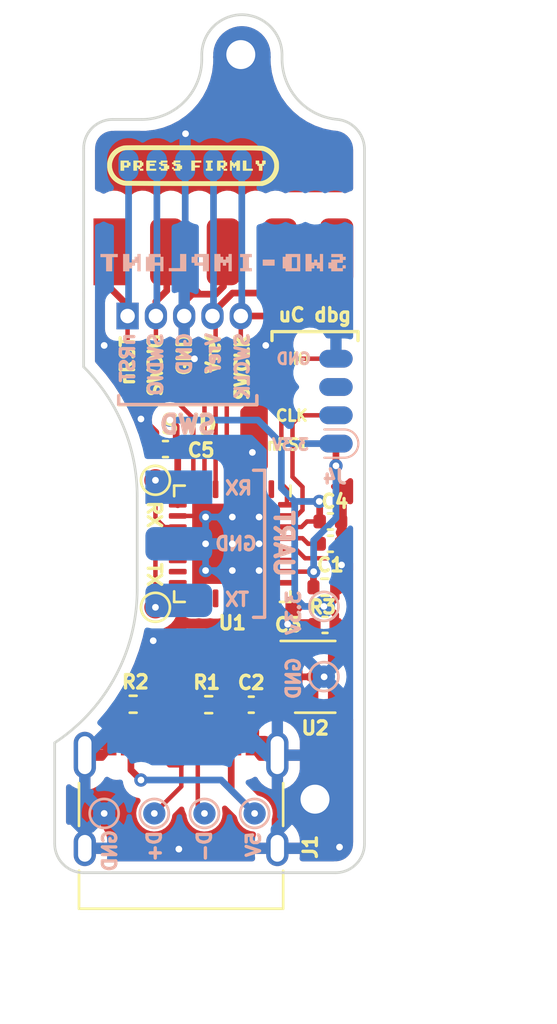
<source format=kicad_pcb>
(kicad_pcb (version 20201220) (generator pcbnew)
  (layers (0 "F.Cu" signal) (31 "B.Cu" signal) (34 "B.Paste" user) (35 "F.Paste" user) (36 "B.SilkS" user "B.Silkscreen") (37 "F.SilkS" user "F.Silkscreen") (38 "B.Mask" user) (39 "F.Mask" user) (44 "Edge.Cuts" user))
  (net 0 "")
  (net 1 "GND")
  (net 2 "Net-(C1-Pad1)")
  (net 3 "VBUS")
  (net 4 "VCC")
  (net 5 "/SWCLK")
  (net 6 "no_connect_34")
  (net 7 "/SWDIO")
  (net 8 "no_connect_36")
  (net 9 "Net-(J1-PadA5)")
  (net 10 "/~RESET~")
  (net 11 "/GnW_SWCLK")
  (net 12 "/GnW_Vref")
  (net 13 "/USB_D-")
  (net 14 "/USB_D+")
  (net 15 "no_connect_31")
  (net 16 "no_connect_30")
  (net 17 "/GnW_SWDIO")
  (net 18 "/GnW_NRST")
  (net 19 "no_connect_33")
  (net 20 "no_connect_32")
  (net 21 "no_connect_35")
  (net 22 "no_connect_28")
  (net 23 "no_connect_27")
  (net 24 "no_connect_26")
  (net 25 "no_connect_25")
  (net 26 "no_connect_24")
  (net 27 "no_connect_29")
  (net 28 "no_connect_23")
  (net 29 "no_connect_22")
  (net 30 "no_connect_21")
  (net 31 "no_connect_20")
  (net 32 "no_connect_19")
  (net 33 "no_connect_18")
  (net 34 "Net-(J1-PadB5)")
  (net 35 "no_connect_37")
  (net 36 "no_connect_38")
  (net 37 "/TX")
  (net 38 "/RX")
  (footprint "Capacitor_SMD:C_0402_1005Metric" (layer "F.Cu") (at 61.35 124.12 180)
    (fp_text reference "C2")
    (fp_text value "1uF")
  )
  (footprint "Capacitor_SMD:C_0402_1005Metric" (layer "F.Cu") (at 64.9 116.9)
    (fp_text reference "C1")
    (fp_text value "1uF")
  )
  (footprint "Resistor_SMD:R_0402_1005Metric" (layer "F.Cu") (at 59.44 124.12)
    (fp_text reference "R1")
    (fp_text value "5.1K")
  )
  (footprint "GnW_SWD:TestPoint_Pad_D1.0mm" (layer "F.Cu") (at 57.05 114.05)
    (fp_text reference "TP7" hide)
    (fp_text value "TP_USB_D+")
  )
  (footprint "GnW_SWD:GnW_SWD" (layer "F.Cu") (at 60.93 93.16)
    (fp_text reference "J2" hide)
    (fp_text value "G&W pressure contact " hide)
    (fp_line (start -7.1 6) (end -7.101724 15.801724) (layer "Edge.Cuts") (width 0.12))
    (fp_line (start 5.5 37.2) (end 5.5 6) (layer "Edge.Cuts") (width 0.12))
    (fp_line (start 1.8 1.8) (end 1.8 2) (layer "Edge.Cuts") (width 0.12))
    (fp_line (start -7.1 38.5) (end 4.2 38.5) (layer "Edge.Cuts") (width 0.12))
    (fp_line (start -1.8 2) (end -1.8 1.8) (layer "Edge.Cuts") (width 0.12))
    (fp_line (start -5.8 4.7) (end -4.5 4.7) (layer "Edge.Cuts") (width 0.12))
    (fp_line (start -4.7 25.8) (end -4.7 21.6) (layer "Edge.Cuts") (width 0.12))
    (fp_line (start -8.4 37.2) (end -8.4 32.668406) (layer "Edge.Cuts") (width 0.12))
    (fp_arc (start -7.1 37.2) (end -8.4 37.2) (angle -90) (layer "Edge.Cuts") (width 0.12))
    (fp_arc (start 0 1.8) (end -1.8 1.8) (angle 180) (layer "Edge.Cuts") (width 0.12))
    (fp_arc (start 4.2 37.2) (end 5.5 37.2) (angle 90) (layer "Edge.Cuts") (width 0.12))
    (fp_arc (start 4.145638 6.046332) (end 5.5 6) (angle -81.5) (layer "Edge.Cuts") (width 0.12))
    (fp_arc (start -5.8 6) (end -7.1 6) (angle 90) (layer "Edge.Cuts") (width 0.12))
    (fp_arc (start -12.9 21.6) (end -4.7 21.6) (angle -45) (layer "Edge.Cuts") (width 0.12))
    (fp_arc (start 4.53363 1.97627) (end 1.8 2) (angle -84.6) (layer "Edge.Cuts") (width 0.12))
    (fp_arc (start -12.925 25.8) (end -4.7 25.8) (angle 56.62256051) (layer "Edge.Cuts") (width 0.12))
    (fp_arc (start -4.5 2) (end -4.5 4.7) (angle -90) (layer "Edge.Cuts") (width 0.12))
  )
  (footprint "Resistor_SMD:R_0402_1005Metric" (layer "F.Cu") (at 56.05 124.1)
    (fp_text reference "R2")
    (fp_text value "5.1K")
  )
  (footprint "Connector_USB:USB_C_Receptacle_XKB_U262-16XN-4BVC11" (layer "F.Cu") (at 58.2 129.49)
    (fp_text reference "J1")
    (fp_text value "U262-161N-4BVC11")
  )
  (footprint "GnW_SWD:MrGnW_Logo" (layer "F.Cu") (at 64.22 99.87)
    (fp_text reference "Ref**" hide)
    (fp_text value "Val**" hide)
  )
  (footprint "GnW_SWD:PinHeader_1x05_P2.45mm_edge" (layer "F.Cu") (at 60.1 105.3)
    (fp_text reference "J5" hide)
    (fp_text value "100 mil Pin Header")
  )
  (footprint "Capacitor_SMD:C_0402_1005Metric" (layer "F.Cu") (at 64.9 115.9)
    (fp_text reference "C4")
    (fp_text value "100nF")
  )
  (footprint "GnW_SWD:Press_firmly_Logo" (layer "F.Cu") (at 58.74 99.93)
    (fp_text reference "Ref**" hide)
    (fp_text value "Val**" hide)
  )
  (footprint "Package_TO_SOT_SMD:SOT-23-5" (layer "F.Cu") (at 64.22 122.87)
    (fp_text reference "U2")
    (fp_text value "AP2127K-3.3")
  )
  (footprint "Capacitor_SMD:C_0402_1005Metric" (layer "F.Cu") (at 57.5 112.65 180)
    (fp_text reference "C5")
    (fp_text value "100nF")
  )
  (footprint "Package_DFN_QFN:QFN-32-1EP_5x5mm_P0.5mm_EP3.6x3.6mm" (layer "F.Cu") (at 60.5 116.9 -90)
    (fp_text reference "U1")
    (fp_text value "ATSAMD21E18A")
  )
  (footprint "Resistor_SMD:R_0402_1005Metric" (layer "F.Cu") (at 64.65 118.85)
    (fp_text reference "R3")
    (fp_text value "10k")
  )
  (footprint "Capacitor_SMD:C_0402_1005Metric" (layer "F.Cu") (at 64.66 120.54 180)
    (fp_text reference "C3")
    (fp_text value "10uF")
  )
  (footprint "GnW_SWD:TestPoint_Pad_D1.0mm" (layer "F.Cu") (at 57.05 119.75)
    (fp_text reference "TP8" hide)
    (fp_text value "TP_USB_D+")
  )
  (footprint "GnW_SWD:PinHeader_1x05_P1.27mm_Vertical" (layer "F.Cu") (at 55.8 106.68 90)
    (fp_text reference "J3" hide)
    (fp_text value "50 mil Pin Header")
  )
  (footprint "GnW_SWD:TestPoint_Pad_D1.0mm" (layer "B.Cu") (at 59.25 129 180)
    (fp_text reference "TP2" hide)
    (fp_text value "TP_USB_D-")
  )
  (footprint "GnW_SWD:Wulf_Logo" (layer "B.Cu") (at 59.19 122.95 180)
    (fp_text reference "Ref**" hide)
    (fp_text value "Val**" hide)
  )
  (footprint "GnW_SWD:name_logo" (layer "B.Cu") (at 60.09 104.28 180)
    (fp_text reference "Ref**" hide)
    (fp_text value "Val**" hide)
  )
  (footprint "GnW_SWD:PinHeader_1x03_P2.45mm_edge" (layer "B.Cu") (at 59.6 116.9 -90)
    (fp_text reference "J6" hide)
    (fp_text value "100 mil Pin header")
  )
  (footprint "SOICbite:SOIC_clipProgSmall" (layer "B.Cu") (at 65.9 110.5 -90)
    (fp_text reference "J4")
    (fp_text value "SOICbite")
  )
  (footprint "GnW_SWD:TestPoint_Pad_D1.0mm" (layer "B.Cu") (at 57 129 180)
    (fp_text reference "TP1" hide)
    (fp_text value "TP_USB_D+")
  )
  (footprint "GnW_SWD:TestPoint_Pad_D1.0mm" (layer "B.Cu") (at 64.61 122.86 180)
    (fp_text reference "TP6" hide)
    (fp_text value "TP_USB_D+")
  )
  (footprint "GnW_SWD:TestPoint_Pad_D1.0mm" (layer "B.Cu") (at 61.5 129 180)
    (fp_text reference "TP3" hide)
    (fp_text value "TP_USB_D+")
  )
  (footprint "GnW_SWD:TestPoint_Pad_D1.0mm" (layer "B.Cu") (at 64.61 119.71 180)
    (fp_text reference "TP4" hide)
    (fp_text value "TP_USB_D+")
  )
  (footprint "GnW_SWD:TestPoint_Pad_D1.0mm" (layer "B.Cu") (at 54.75 129 180)
    (fp_text reference "TP5" hide)
    (fp_text value "TP_USB_D+")
  )
  (gr_line (start 55.4 110.65) (end 61.6 110.65) (layer "B.SilkS") (width 0.15))
  (gr_line (start 61.95 120.2) (end 61.45 120.2) (layer "B.SilkS") (width 0.15))
  (gr_line (start 55.4 110.65) (end 55.4 110.25) (layer "B.SilkS") (width 0.15))
  (gr_line (start 61.45 113.6) (end 61.95 113.6) (layer "B.SilkS") (width 0.15))
  (gr_line (start 61.6 110.65) (end 61.6 110.25) (layer "B.SilkS") (width 0.15))
  (gr_line (start 61.95 113.6) (end 61.95 120.2) (layer "B.SilkS") (width 0.15))
  (gr_line (start 62.28 107.38) (end 62.28 107.78) (layer "F.SilkS") (width 0.15))
  (gr_line (start 66.14 107.38) (end 66.14 107.78) (layer "F.SilkS") (width 0.15))
  (gr_line (start 61.6 110.66) (end 61.6 110.26) (layer "F.SilkS") (width 0.15))
  (gr_line (start 62.28 107.38) (end 66.14 107.38) (layer "F.SilkS") (width 0.15))
  (gr_line (start 55.4 110.66) (end 55.4 110.26) (layer "F.SilkS") (width 0.15))
  (gr_line (start 61.6 110.66) (end 55.4 110.66) (layer "F.SilkS") (width 0.15))
  (gr_text "SWDIO" (at 57.067 110.33 90) (layer "B.SilkS") (effects (font (size 0.6 0.6)) (justify right mirror)))
  (gr_text "UART" (at 62.8 116.9 270) (layer "B.SilkS") (effects (font (size 0.8 0.8) (thickness 0.2)) (justify mirror)))
  (gr_text "SWD" (at 58.5015 111.55) (layer "B.SilkS") (effects (font (size 0.8 0.8) (thickness 0.2)) (justify mirror)))
  (gr_text "nRST" (at 55.807 109.73 90) (layer "B.SilkS") (effects (font (size 0.6 0.6)) (justify right mirror)))
  (gr_text "GND" (at 59.65 116.9) (layer "B.SilkS") (effects (font (size 0.6 0.6)) (justify right mirror)))
  (gr_text "SWCLK" (at 60.947 110.49 90) (layer "B.SilkS") (effects (font (size 0.6 0.6)) (justify right mirror)))
  (gr_text "D+" (at 57 129.7 90) (layer "B.SilkS") (effects (font (size 0.6 0.6)) (justify left mirror)))
  (gr_text "TX" (at 60.1 119.4) (layer "B.SilkS") (effects (font (size 0.6 0.6)) (justify right mirror)))
  (gr_text "RX" (at 60.1 114.4) (layer "B.SilkS") (effects (font (size 0.6 0.6)) (justify right mirror)))
  (gr_text "GND" (at 55 129.66 90) (layer "B.SilkS") (effects (font (size 0.6 0.6)) (justify left mirror)))
  (gr_text "Vref" (at 59.647 109.31 90) (layer "B.SilkS") (effects (font (size 0.6 0.6)) (justify right mirror)))
  (gr_text "GND" (at 64.1 108.6) (layer "B.SilkS") (effects (font (size 0.5 0.5) (thickness 0.125)) (justify left mirror)))
  (gr_text "D-" (at 59.25 129.7 90) (layer "B.SilkS") (effects (font (size 0.6 0.6)) (justify left mirror)))
  (gr_text "GND" (at 58.357 109.38 90) (layer "B.SilkS") (effects (font (size 0.6 0.6)) (justify right mirror)))
  (gr_text "GND" (at 63.24 122.94 90) (layer "B.SilkS") (effects (font (size 0.6 0.6)) (justify mirror)))
  (gr_text "3.3V" (at 64 112.45) (layer "B.SilkS") (effects (font (size 0.5 0.5) (thickness 0.125)) (justify left mirror)))
  (gr_text "5V" (at 61.45 129.75 90) (layer "B.SilkS") (effects (font (size 0.6 0.6)) (justify left mirror)))
  (gr_text "3.3V" (at 63.25 120 90) (layer "B.SilkS") (effects (font (size 0.6 0.6)) (justify mirror)))
  (gr_text "CLK" (at 63.95 111.15) (layer "F.SilkS") (effects (font (size 0.5 0.5) (thickness 0.125)) (justify right)))
  (gr_text "uC dbg" (at 64.2 106.63) (layer "F.SilkS") (effects (font (size 0.6 0.6))))
  (gr_text "RX" (at 57 114.9 270) (layer "F.SilkS") (effects (font (size 0.6 0.6)) (justify left)))
  (gr_text "nRST" (at 55.8 107.5 90) (layer "F.SilkS") (effects (font (size 0.6 0.6)) (justify right)))
  (gr_text "GND" (at 58.347 107.4 90) (layer "F.SilkS") (effects (font (size 0.6 0.6)) (justify right)))
  (gr_text "SWD" (at 58.55 111.55) (layer "F.SilkS") (effects (font (size 0.8 0.8) (thickness 0.2))))
  (gr_text "SWCLK" (at 60.947 107.4 90) (layer "F.SilkS") (effects (font (size 0.6 0.6)) (justify right)))
  (gr_text "nRST" (at 63.95 112.45) (layer "F.SilkS") (effects (font (size 0.5 0.5) (thickness 0.125)) (justify right)))
  (gr_text "Vref" (at 59.647 107.4 90) (layer "F.SilkS") (effects (font (size 0.6 0.6)) (justify right)))
  (gr_text "IO" (at 64.05 108.6) (layer "F.SilkS") (effects (font (size 0.5 0.5) (thickness 0.125)) (justify right)))
  (gr_text "SWDIO" (at 57.047 107.4 90) (layer "F.SilkS") (effects (font (size 0.6 0.6)) (justify right)))
  (gr_text "TX" (at 57 118.9 270) (layer "F.SilkS") (effects (font (size 0.6 0.6)) (justify right)))
  (segment (start 58.34 106.68) (end 58.34 106.06) (width 0.3) (layer "F.Cu") (net 1))
  (segment (start 64.62 122.87) (end 64.21 123.28) (width 0.3) (layer "F.Cu") (net 1))
  (segment (start 64.21 123.28) (end 64.21 124.74) (width 0.3) (layer "F.Cu") (net 1))
  (segment (start 57.02 112.65) (end 57.02 111.92) (width 0.4) (layer "F.Cu") (net 1))
  (segment (start 65.38 116.9) (end 65.38 115.9) (width 0.2) (layer "F.Cu") (net 1))
  (segment (start 58.05 115.65) (end 59.25 115.65) (width 0.2) (layer "F.Cu") (net 1))
  (segment (start 54.85 125.82) (end 54.445 125.82) (width 0.6) (layer "F.Cu") (net 1))
  (segment (start 58.34 106.06) (end 58.65 105.75) (width 0.3) (layer "F.Cu") (net 1))
  (segment (start 59.4 105.7) (end 59.75 105.7) (width 0.3) (layer "F.Cu") (net 1))
  (segment (start 55.54 124.69) (end 55.54 124.1) (width 0.3) (layer "F.Cu") (net 1))
  (segment (start 63.935 126.385) (end 62.52 126.385) (width 0.3) (layer "F.Cu") (net 1))
  (segment (start 65.38 117.83) (end 65.4 117.85) (width 0.2) (layer "F.Cu") (net 1))
  (segment (start 62.95 117.15) (end 63.362666 117.15) (width 0.2) (layer "F.Cu") (net 1))
  (segment (start 64.26 126.07) (end 63.94 126.39) (width 0.3) (layer "F.Cu") (net 1))
  (segment (start 57.02 111.92) (end 56.4 111.3) (width 0.4) (layer "F.Cu") (net 1))
  (segment (start 58.7 105.7) (end 59.4 105.7) (width 0.3) (layer "F.Cu") (net 1))
  (segment (start 61.61 124.88) (end 61.55 124.94) (width 0.3) (layer "F.Cu") (net 1))
  (segment (start 55.15 125.82) (end 55.15 125.08) (width 0.3) (layer "F.Cu") (net 1))
  (segment (start 61.55 124.94) (end 61.55 125.82) (width 0.3) (layer "F.Cu") (net 1))
  (segment (start 58.65 105.75) (end 58.7 105.7) (width 0.3) (layer "F.Cu") (net 1))
  (segment (start 54.445 125.82) (end 53.88 126.385) (width 0.6) (layer "F.Cu") (net 1))
  (segment (start 62.95 117.15) (end 60.75 117.15) (width 0.2) (layer "F.Cu") (net 1))
  (segment (start 60.1 104.92) (end 60.1 103.8) (width 0.3) (layer "F.Cu") (net 1))
  (segment (start 63.94 126.39) (end 63.935 126.385) (width 0.3) (layer "F.Cu") (net 1))
  (segment (start 60.1 105.35) (end 60.1 103.8) (width 0.3) (layer "F.Cu") (net 1))
  (segment (start 64.26 125.9) (end 64.26 126.07) (width 0.3) (layer "F.Cu") (net 1))
  (segment (start 61.83 124.12) (end 61.83 124.66) (width 0.3) (layer "F.Cu") (net 1))
  (segment (start 59.75 105.7) (end 60.1 105.35) (width 0.3) (layer "F.Cu") (net 1))
  (segment (start 63.762665 117.549999) (end 65.099999 117.549999) (width 0.2) (layer "F.Cu") (net 1))
  (segment (start 59.25 115.65) (end 60.5 116.9) (width 0.2) (layer "F.Cu") (net 1))
  (segment (start 63.362666 117.15) (end 63.762665 117.549999) (width 0.2) (layer "F.Cu") (net 1))
  (segment (start 61.955 125.82) (end 62.52 126.385) (width 0.6) (layer "F.Cu") (net 1))
  (segment (start 63.12 122.87) (end 64.62 122.87) (width 0.3) (layer "F.Cu") (net 1))
  (segment (start 55.15 125.08) (end 55.54 124.69) (width 0.3) (layer "F.Cu") (net 1))
  (segment (start 61.55 125.82) (end 61.955 125.82) (width 0.6) (layer "F.Cu") (net 1))
  (segment (start 65.38 116.9) (end 65.38 117.83) (width 0.2) (layer "F.Cu") (net 1))
  (segment (start 61.83 124.66) (end 61.61 124.88) (width 0.3) (layer "F.Cu") (net 1))
  (segment (start 65.099999 117.549999) (end 65.4 117.85) (width 0.2) (layer "F.Cu") (net 1))
  (via (at 59.3 118.1) (size 0.6) (drill 0.3) (layers "F.Cu" "B.Cu") (net 1))
  (via (at 58.8 108.6) (size 0.6) (drill 0.3) (layers "F.Cu" "B.Cu") (net 1))
  (via (at 59.3 115.7) (size 0.6) (drill 0.3) (layers "F.Cu" "B.Cu") (net 1))
  (via (at 54.75 129) (size 0.6) (drill 0.3) (layers "F.Cu" "B.Cu") (net 1))
  (via (at 61.4 112.8) (size 0.6) (drill 0.3) (layers "F.Cu" "B.Cu") (net 1))
  (via (at 61.7 116.9) (size 0.6) (drill 0.3) (layers "F.Cu" "B.Cu") (net 1))
  (via (at 59.3 116.9) (size 0.6) (drill 0.3) (layers "F.Cu" "B.Cu") (net 1))
  (via (at 62.98 120.51) (size 0.6) (drill 0.3) (layers "F.Cu" "B.Cu") (net 1))
  (via (at 64.62 122.87) (size 0.6) (drill 0.3) (layers "F.Cu" "B.Cu") (net 1))
  (via (at 56.95 121.25) (size 0.6) (drill 0.3) (layers "F.Cu" "B.Cu") (net 1))
  (via (at 65.31 130.51) (size 0.6) (drill 0.3) (layers "F.Cu" "B.Cu") (net 1))
  (via (at 65.4 117.85) (size 0.6) (drill 0.3) (layers "F.Cu" "B.Cu") (net 1))
  (via (at 60.5 115.7) (size 0.6) (drill 0.3) (layers "F.Cu" "B.Cu") (net 1))
  (via (at 54.75 108) (size 0.6) (drill 0.3) (layers "F.Cu" "B.Cu") (net 1))
  (via (at 62 108) (size 0.6) (drill 0.3) (layers "F.Cu" "B.Cu") (net 1))
  (via (at 58.4 98.5) (size 0.6) (drill 0.3) (layers "F.Cu" "B.Cu") (net 1))
  (via (at 61.7 115.7) (size 0.6) (drill 0.3) (layers "F.Cu" "B.Cu") (net 1))
  (via (at 60.5 116.9) (size 0.6) (drill 0.3) (layers "F.Cu" "B.Cu") (net 1))
  (via (at 60.5 118.1) (size 0.6) (drill 0.3) (layers "F.Cu" "B.Cu") (net 1))
  (via (at 58.1 130.6) (size 0.6) (drill 0.3) (layers "F.Cu" "B.Cu") (net 1))
  (via (at 61.7 118.1) (size 0.6) (drill 0.3) (layers "F.Cu" "B.Cu") (net 1))
  (via (at 56.4 111.3) (size 0.6) (drill 0.3) (layers "F.Cu" "B.Cu") (net 1))
  (segment (start 59.3 118.1) (end 59.3 116.9) (width 0.3) (layer "B.Cu") (net 1))
  (segment (start 53.88 126.385) (end 55.045 125.22) (width 0.6) (layer "B.Cu") (net 1))
  (segment (start 58.385 106.635) (end 58.34 106.68) (width 0.3) (layer "B.Cu") (net 1))
  (segment (start 58.385 99.905) (end 58.385 98.515) (width 0.2) (layer "B.Cu") (net 1))
  (segment (start 62.115 126.385) (end 61.33 125.6) (width 0.6) (layer "B.Cu") (net 1))
  (segment (start 55.045 125.22) (end 55.47 125.22) (width 0.6) (layer "B.Cu") (net 1))
  (segment (start 62.52 129.73) (end 63.01 129.24) (width 0.6) (layer "B.Cu") (net 1))
  (segment (start 60.5 115.7) (end 59.3 115.7) (width 0.3) (layer "B.Cu") (net 1))
  (segment (start 53.88 130.565) (end 53.88 129.73) (width 0.6) (layer "B.Cu") (net 1))
  (segment (start 62.52 130.565) (end 62.52 129.73) (width 0.6) (layer "B.Cu") (net 1))
  (segment (start 58.385 98.515) (end 58.4 98.5) (width 0.2) (layer "B.Cu") (net 1))
  (segment (start 62.52 126.385) (end 62.115 126.385) (width 0.6) (layer "B.Cu") (net 1))
  (segment (start 59.3 116.9) (end 59.3 115.7) (width 0.3) (layer "B.Cu") (net 1))
  (segment (start 53.88 129.73) (end 53.39 129.24) (width 0.6) (layer "B.Cu") (net 1))
  (segment (start 58.385 99.905) (end 58.385 106.635) (width 0.3) (layer "B.Cu") (net 1))
  (segment (start 53.78 126.695) (end 53.78 126.32) (width 0.2) (layer "B.Cu") (net 1))
  (segment (start 60.5 118.1) (end 59.3 118.1) (width 0.3) (layer "B.Cu") (net 1))
  (segment (start 63.65 116.65) (end 63.9 116.9) (width 0.2) (layer "F.Cu") (net 2))
  (segment (start 62.95 116.65) (end 63.65 116.65) (width 0.2) (layer "F.Cu") (net 2))
  (segment (start 63.9 116.9) (end 64.42 116.9) (width 0.2) (layer "F.Cu") (net 2))
  (segment (start 60.75 125.82) (end 60.74 125.81) (width 0.3) (layer "F.Cu") (net 3))
  (segment (start 60.45 124.94) (end 60.45 125.82) (width 0.3) (layer "F.Cu") (net 3))
  (segment (start 62.14 122.25) (end 62.14 123.42) (width 0.3) (layer "F.Cu") (net 3))
  (segment (start 60.87 124.12) (end 60.87 123.73) (width 0.3) (layer "F.Cu") (net 3))
  (segment (start 63.12 121.92) (end 62.47 121.92) (width 0.3) (layer "F.Cu") (net 3))
  (segment (start 62.54 123.82) (end 62.18 123.46) (width 0.3) (layer "F.Cu") (net 3))
  (segment (start 55.95 127.05) (end 56.4 127.5) (width 0.3) (layer "F.Cu") (net 3))
  (segment (start 60.87 123.73) (end 61.18 123.42) (width 0.3) (layer "F.Cu") (net 3))
  (segment (start 62.47 121.92) (end 62.14 122.25) (width 0.3) (layer "F.Cu") (net 3))
  (segment (start 61.18 123.42) (end 62.14 123.42) (width 0.3) (layer "F.Cu") (net 3))
  (segment (start 60.45 127.95) (end 61.5 129) (width 0.3) (layer "F.Cu") (net 3))
  (segment (start 55.95 125.82) (end 55.95 127.05) (width 0.3) (layer "F.Cu") (net 3))
  (segment (start 60.87 124.12) (end 60.87 124.52) (width 0.3) (layer "F.Cu") (net 3))
  (segment (start 62.18 123.46) (end 62.14 123.42) (width 0.3) (layer "F.Cu") (net 3))
  (segment (start 63.12 123.82) (end 62.54 123.82) (width 0.3) (layer "F.Cu") (net 3))
  (segment (start 60.87 124.52) (end 60.45 124.94) (width 0.3) (layer "F.Cu") (net 3))
  (segment (start 60.45 125.82) (end 60.45 127.95) (width 0.3) (layer "F.Cu") (net 3))
  (via (at 56.4 127.5) (size 0.6) (drill 0.3) (layers "F.Cu" "B.Cu") (net 3))
  (via (at 61.5 129) (size 0.6) (drill 0.3) (layers "F.Cu" "B.Cu") (net 3))
  (segment (start 56.4 127.5) (end 60 127.5) (width 0.3) (layer "B.Cu") (net 3))
  (segment (start 60 127.5) (end 61.5 129) (width 0.3) (layer "B.Cu") (net 3))
  (segment (start 64.61 119.71) (end 64.79 119.71) (width 0.3) (layer "F.Cu") (net 4))
  (segment (start 62.95 116.15) (end 63.6 116.15) (width 0.2) (layer "F.Cu") (net 4))
  (segment (start 65.14 121.07) (end 65.32 121.25) (width 0.3) (layer "F.Cu") (net 4))
  (segment (start 58.05 115.15) (end 58.05 112.72) (width 0.3) (layer "F.Cu") (net 4))
  (segment (start 65.13 122.03) (end 65.15 122.05) (width 0.4) (layer "F.Cu") (net 4))
  (segment (start 57.98 111.63) (end 57.7 111.35) (width 0.3) (layer "F.Cu") (net 4))
  (segment (start 63.6 116.15) (end 63.85 115.9) (width 0.2) (layer "F.Cu") (net 4))
  (segment (start 65.32 121.25) (end 65.32 121.92) (width 0.3) (layer "F.Cu") (net 4))
  (segment (start 64.61 119.71) (end 64.77 119.71) (width 0.3) (layer "F.Cu") (net 4))
  (segment (start 64.77 119.71) (end 65.14 120.08) (width 0.3) (layer "F.Cu") (net 4))
  (segment (start 64.79 119.71) (end 65.16 119.34) (width 0.3) (layer "F.Cu") (net 4))
  (segment (start 57.98 112.65) (end 57.98 111.63) (width 0.3) (layer "F.Cu") (net 4))
  (segment (start 65.14 120.54) (end 65.14 121.07) (width 0.3) (layer "F.Cu") (net 4))
  (segment (start 64.42 115.02) (end 64.4 115) (width 0.3) (layer "F.Cu") (net 4))
  (segment (start 65.16 119.34) (end 65.16 118.85) (width 0.3) (layer "F.Cu") (net 4))
  (segment (start 63.85 115.9) (end 64.42 115.9) (width 0.2) (layer "F.Cu") (net 4))
  (segment (start 58.05 112.72) (end 57.98 112.65) (width 0.3) (layer "F.Cu") (net 4))
  (segment (start 64.42 115.9) (end 64.42 115.02) (width 0.3) (layer "F.Cu") (net 4))
  (segment (start 65.14 120.08) (end 65.14 120.54) (width 0.3) (layer "F.Cu") (net 4))
  (via (at 64.4 115) (size 0.6) (drill 0.3) (layers "F.Cu" "B.Cu") (net 4))
  (via (at 64.61 119.71) (size 0.6) (drill 0.3) (layers "F.Cu" "B.Cu") (net 4))
  (via (at 57.7 111.35) (size 0.6) (drill 0.3) (layers "F.Cu" "B.Cu") (net 4))
  (segment (start 63.3 115) (end 62.7 114.4) (width 0.3) (layer "B.Cu") (net 4))
  (segment (start 63.3 119.3) (end 63.71 119.71) (width 0.3) (layer "B.Cu") (net 4))
  (segment (start 61.9 111.6) (end 62.300001 112.000001) (width 0.3) (layer "B.Cu") (net 4))
  (segment (start 63.3 115) (end 64.4 115) (width 0.3) (layer "B.Cu") (net 4))
  (segment (start 62.7 114.4) (end 62.7 112.41) (width 0.3) (layer "B.Cu") (net 4))
  (segment (start 57.7 111.35) (end 61.65 111.35) (width 0.3) (layer "B.Cu") (net 4))
  (segment (start 62.705 112.405) (end 62.300001 112.000001) (width 0.3) (layer "B.Cu") (net 4))
  (segment (start 62.705 112.405) (end 62.7 112.41) (width 0.3) (layer "B.Cu") (net 4))
  (segment (start 65.15 112.405) (end 62.705 112.405) (width 0.3) (layer "B.Cu") (net 4))
  (segment (start 61.65 111.35) (end 61.9 111.6) (width 0.3) (layer "B.Cu") (net 4))
  (segment (start 63.71 119.71) (end 64.61 119.71) (width 0.3) (layer "B.Cu") (net 4))
  (segment (start 63.3 115) (end 63.3 119.3) (width 0.3) (layer "B.Cu") (net 4))
  (segment (start 63.65001 115.384292) (end 63.65001 114.35001) (width 0.2) (layer "F.Cu") (net 5))
  (segment (start 62.95 115.65) (end 63.384302 115.65) (width 0.2) (layer "F.Cu") (net 5))
  (segment (start 65.15 111.135) (end 63.565 111.135) (width 0.2) (layer "F.Cu") (net 5))
  (segment (start 63.2 111.5) (end 63.2 113.9) (width 0.2) (layer "F.Cu") (net 5))
  (segment (start 63.565 111.135) (end 63.2 111.5) (width 0.2) (layer "F.Cu") (net 5))
  (segment (start 63.65001 114.35001) (end 63.2 113.9) (width 0.2) (layer "F.Cu") (net 5))
  (segment (start 63.384302 115.65) (end 63.65001 115.384292) (width 0.2) (layer "F.Cu") (net 5))
  (segment (start 62.7 109.6) (end 62.7 109.3) (width 0.2) (layer "F.Cu") (net 7))
  (segment (start 63.405 108.595) (end 65.15 108.595) (width 0.2) (layer "F.Cu") (net 7))
  (segment (start 63.4 108.6) (end 63.405 108.595) (width 0.2) (layer "F.Cu") (net 7))
  (segment (start 62.95 114.45) (end 62.7 114.2) (width 0.2) (layer "F.Cu") (net 7))
  (segment (start 62.7 109.3) (end 63.4 108.6) (width 0.2) (layer "F.Cu") (net 7))
  (segment (start 62.7 114.2) (end 62.7 109.6) (width 0.2) (layer "F.Cu") (net 7))
  (segment (start 62.95 115.15) (end 62.95 114.45) (width 0.2) (layer "F.Cu") (net 7))
  (segment (start 56.95 125.82) (end 56.95 125.11) (width 0.2) (layer "F.Cu") (net 9))
  (segment (start 56.95 125.11) (end 56.56 124.72) (width 0.2) (layer "F.Cu") (net 9))
  (segment (start 56.95 125.98) (end 56.947692 125.977692) (width 0.2) (layer "F.Cu") (net 9))
  (segment (start 56.56 124.72) (end 56.56 124.1) (width 0.2) (layer "F.Cu") (net 9))
  (segment (start 65.15 113.4) (end 65.15 112.405) (width 0.3) (layer "F.Cu") (net 10))
  (segment (start 64.14 118.16) (end 64.15 118.15) (width 0.3) (layer "F.Cu") (net 10))
  (segment (start 64.14 118.85) (end 64.14 118.16) (width 0.3) (layer "F.Cu") (net 10))
  (segment (start 62.95 118.15) (end 64.15 118.15) (width 0.2) (layer "F.Cu") (net 10))
  (via (at 65.15 113.4) (size 0.6) (drill 0.3) (layers "F.Cu" "B.Cu") (net 10))
  (via (at 64.15 118.15) (size 0.6) (drill 0.3) (layers "F.Cu" "B.Cu") (net 10))
  (segment (start 64.15 116.75) (end 64.15 118.15) (width 0.3) (layer "B.Cu") (net 10))
  (segment (start 65.15 115.75) (end 64.15 116.75) (width 0.3) (layer "B.Cu") (net 10))
  (segment (start 65.15 113.4) (end 65.15 115.75) (width 0.3) (layer "B.Cu") (net 10))
  (segment (start 60.88 106.68) (end 64.62 106.68) (width 0.3) (layer "F.Cu") (net 11))
  (segment (start 64.62 106.68) (end 65.18 106.12) (width 0.3) (layer "F.Cu") (net 11))
  (segment (start 60.88 110.02) (end 60.88 106.68) (width 0.2) (layer "F.Cu") (net 11))
  (segment (start 65.18 106.12) (end 65.18 103.7) (width 0.3) (layer "F.Cu") (net 11))
  (segment (start 60.7 110.2) (end 60.88 110.02) (width 0.2) (layer "F.Cu") (net 11))
  (segment (start 60.25 110.65) (end 60.7 110.2) (width 0.2) (layer "F.Cu") (net 11))
  (segment (start 60.25 114.45) (end 60.25 110.65) (width 0.2) (layer "F.Cu") (net 11))
  (segment (start 60.925 99.905) (end 60.925 106.635) (width 0.3) (layer "B.Cu") (net 11))
  (segment (start 60.925 106.635) (end 60.88 106.68) (width 0.3) (layer "B.Cu") (net 11))
  (segment (start 60.50711 105.65001) (end 62.34999 105.65001) (width 0.3) (layer "F.Cu") (net 12))
  (segment (start 59.563 106.68) (end 59.627784 106.68) (width 0.25) (layer "F.Cu") (net 12))
  (segment (start 62.65 103.81) (end 62.64 103.8) (width 0.3) (layer "F.Cu") (net 12))
  (segment (start 59.61 106.68) (end 59.61 106.54712) (width 0.3) (layer "F.Cu") (net 12))
  (segment (start 59.75 106.867) (end 59.563 106.68) (width 0.2) (layer "F.Cu") (net 12))
  (segment (start 59.61 106.68) (end 59.61 106.647905) (width 0.3) (layer "F.Cu") (net 12))
  (segment (start 59.75 114.45) (end 59.75 106.867) (width 0.2) (layer "F.Cu") (net 12))
  (segment (start 59.61 106.54712) (end 60.50711 105.65001) (width 0.3) (layer "F.Cu") (net 12))
  (segment (start 62.34999 105.65001) (end 62.65 105.35) (width 0.3) (layer "F.Cu") (net 12))
  (segment (start 62.65 105.35) (end 62.65 103.81) (width 0.3) (layer "F.Cu") (net 12))
  (segment (start 59.69 106.68) (end 59.614999 106.604999) (width 0.25) (layer "B.Cu") (net 12))
  (segment (start 59.563 106.68) (end 59.555 106.672) (width 0.25) (layer "B.Cu") (net 12))
  (segment (start 59.655 106.635) (end 59.61 106.68) (width 0.3) (layer "B.Cu") (net 12))
  (segment (start 59.655 99.905) (end 59.655 106.635) (width 0.3) (layer "B.Cu") (net 12))
  (segment (start 61.775 119.375) (end 61.775 119.8068) (width 0.2) (layer "F.Cu") (net 13))
  (segment (start 58.45 125.82) (end 58.45 126.6) (width 0.2) (layer "F.Cu") (net 13))
  (segment (start 58.4868 121.305) (end 57.451529 122.340271) (width 0.2) (layer "F.Cu") (net 13))
  (segment (start 58.45 126.6) (end 58.21 126.84) (width 0.2) (layer "F.Cu") (net 13))
  (segment (start 57.68 126.84) (end 58.21 126.84) (width 0.2) (layer "F.Cu") (net 13))
  (segment (start 57.451529 124.147497) (end 57.45 124.149026) (width 0.2) (layer "F.Cu") (net 13))
  (segment (start 60.2768 121.305) (end 58.4868 121.305) (width 0.2) (layer "F.Cu") (net 13))
  (segment (start 58.21 126.84) (end 58.21 127.79) (width 0.2) (layer "F.Cu") (net 13))
  (segment (start 61.75 119.35) (end 61.775 119.375) (width 0.2) (layer "F.Cu") (net 13))
  (segment (start 57.45 124.73) (end 57.45 125.82) (width 0.2) (layer "F.Cu") (net 13))
  (segment (start 61.775 119.8068) (end 60.2768 121.305) (width 0.2) (layer "F.Cu") (net 13))
  (segment (start 58.21 127.79) (end 57 129) (width 0.2) (layer "F.Cu") (net 13))
  (segment (start 57.45 126.61) (end 57.65 126.81) (width 0.2) (layer "F.Cu") (net 13))
  (segment (start 57.451529 122.340271) (end 57.451529 124.147497) (width 0.2) (layer "F.Cu") (net 13))
  (segment (start 57.45 124.149026) (end 57.45 124.73) (width 0.2) (layer "F.Cu") (net 13))
  (segment (start 57.45 125.82) (end 57.45 126.61) (width 0.2) (layer "F.Cu") (net 13))
  (via (at 57 129) (size 0.6) (drill 0.3) (layers "F.Cu" "B.Cu") (net 13))
  (segment (start 62.25 119.35) (end 62.225 119.375) (width 0.2) (layer "F.Cu") (net 14))
  (segment (start 58.73 124.82) (end 58.17 124.82) (width 0.2) (layer "F.Cu") (net 14))
  (segment (start 58.95 125.04) (end 58.73 124.82) (width 0.2) (layer "F.Cu") (net 14))
  (segment (start 57.95 125.04) (end 58.17 124.82) (width 0.2) (layer "F.Cu") (net 14))
  (segment (start 58.95 125.82) (end 58.95 125.04) (width 0.2) (layer "F.Cu") (net 14))
  (segment (start 57.901529 122.526671) (end 57.901529 124.147497) (width 0.2) (layer "F.Cu") (net 14))
  (segment (start 57.95 125.82) (end 57.95 125.04) (width 0.2) (layer "F.Cu") (net 14))
  (segment (start 58.6732 121.755) (end 57.901529 122.526671) (width 0.2) (layer "F.Cu") (net 14))
  (segment (start 60.4632 121.755) (end 58.6732 121.755) (width 0.2) (layer "F.Cu") (net 14))
  (segment (start 62.225 119.9932) (end 60.4632 121.755) (width 0.2) (layer "F.Cu") (net 14))
  (segment (start 57.901529 124.551529) (end 57.901529 124.147497) (width 0.2) (layer "F.Cu") (net 14))
  (segment (start 58.17 124.82) (end 57.901529 124.551529) (width 0.2) (layer "F.Cu") (net 14))
  (segment (start 62.225 119.375) (end 62.225 119.9932) (width 0.2) (layer "F.Cu") (net 14))
  (segment (start 58.95 128.7) (end 58.95 125.82) (width 0.2) (layer "F.Cu") (net 14))
  (segment (start 58.95 128.7) (end 59.25 129) (width 0.2) (layer "F.Cu") (net 14))
  (via (at 59.25 129) (size 0.6) (drill 0.3) (layers "F.Cu" "B.Cu") (net 14))
  (segment (start 57.07 106.68) (end 57.07 108.47) (width 0.2) (layer "F.Cu") (net 17))
  (segment (start 57.56 105.54) (end 57.56 103.8) (width 0.3) (layer "F.Cu") (net 17))
  (segment (start 57.07 106.03) (end 57.55 105.55) (width 0.3) (layer "F.Cu") (net 17))
  (segment (start 57.55 105.55) (end 57.56 105.54) (width 0.3) (layer "F.Cu") (net 17))
  (segment (start 59.2 110.6) (end 59.25 110.65) (width 0.2) (layer "F.Cu") (net 17))
  (segment (start 57.07 108.47) (end 59.2 110.6) (width 0.2) (layer "F.Cu") (net 17))
  (segment (start 57.07 106.68) (end 57.07 106.03) (width 0.3) (layer "F.Cu") (net 17))
  (segment (start 59.25 110.65) (end 59.25 114.45) (width 0.2) (layer "F.Cu") (net 17))
  (segment (start 57.115 99.905) (end 57.115 106.635) (width 0.3) (layer "B.Cu") (net 17))
  (segment (start 57.115 106.635) (end 57.07 106.68) (width 0.3) (layer "B.Cu") (net 17))
  (segment (start 55.8 108.315698) (end 55.8 106.68) (width 0.2) (layer "F.Cu") (net 18))
  (segment (start 55.8 106.68) (end 55.8 106.2) (width 0.3) (layer "F.Cu") (net 18))
  (segment (start 58.75 114.45) (end 58.75 111.265698) (width 0.2) (layer "F.Cu") (net 18))
  (segment (start 55.02 105.42) (end 55.02 103.8) (width 0.3) (layer "F.Cu") (net 18))
  (segment (start 55.05 105.45) (end 55.02 105.42) (width 0.3) (layer "F.Cu") (net 18))
  (segment (start 55.8 106.2) (end 55.05 105.45) (width 0.3) (layer "F.Cu") (net 18))
  (segment (start 58.75 111.265698) (end 55.8 108.315698) (width 0.2) (layer "F.Cu") (net 18))
  (segment (start 55.845 99.905) (end 55.845 106.635) (width 0.3) (layer "B.Cu") (net 18))
  (segment (start 55.845 106.635) (end 55.8 106.68) (width 0.3) (layer "B.Cu") (net 18))
  (segment (start 59.95 124.12) (end 59.95 125.82) (width 0.2) (layer "F.Cu") (net 34))
  (segment (start 57.5 116.65) (end 57.1 117.05) (width 0.2) (layer "F.Cu") (net 37))
  (segment (start 58.05 116.65) (end 57.5 116.65) (width 0.2) (layer "F.Cu") (net 37))
  (segment (start 57.1 117.05) (end 57.05 117.1) (width 0.2) (layer "F.Cu") (net 37))
  (segment (start 57.05 117.1) (end 57.05 119.75) (width 0.2) (layer "F.Cu") (net 37))
  (via (at 57.05 119.75) (size 0.6) (drill 0.3) (layers "F.Cu" "B.Cu") (net 37))
  (segment (start 57.1 115.8) (end 57.05 115.75) (width 0.2) (layer "F.Cu") (net 38))
  (segment (start 58.05 116.15) (end 57.45 116.15) (width 0.2) (layer "F.Cu") (net 38))
  (segment (start 57.45 116.15) (end 57.1 115.8) (width 0.2) (layer "F.Cu") (net 38))
  (segment (start 57.05 115.75) (end 57.05 114.05) (width 0.2) (layer "F.Cu") (net 38))
  (via (at 57.05 114.05) (size 0.6) (drill 0.3) (layers "F.Cu" "B.Cu") (net 38))
  (zone (net 1) (net_name "GND") (layer "F.Cu") (priority 3) (connect_pads (clearance 0.508)) (min_thickness 0.254) (fill yes (thermal_gap 0.508) (thermal_bridge_width 0.508))
    (polygon (pts (xy 67 134.5) (xy 52 134.5) (xy 52 92.5) (xy 67 92.5)))
  )
  (zone (net 0) (net_name "") (layer "F.Cu") (name "Logo_keep_out") (connect_pads no (clearance 0)) (min_thickness 0.254)
    (keepout (tracks allowed) (vias allowed) (pads allowed) (copperpour not_allowed) (footprints allowed))
    (fill (thermal_gap 0.508) (thermal_bridge_width 0.508))
    (polygon (pts (xy 65.392 100.9664) (xy 63.092 100.9664) (xy 63.092 98.7664) (xy 65.392 98.7664)))
  )
  (zone (net 1) (net_name "GND") (layer "B.Cu") (connect_pads (clearance 0.508)) (min_thickness 0.254) (fill yes (thermal_gap 0.508) (thermal_bridge_width 0.508))
    (polygon (pts (xy 67 134.5) (xy 52 134.5) (xy 52 92.5) (xy 67 92.5)))
  )
)
</source>
